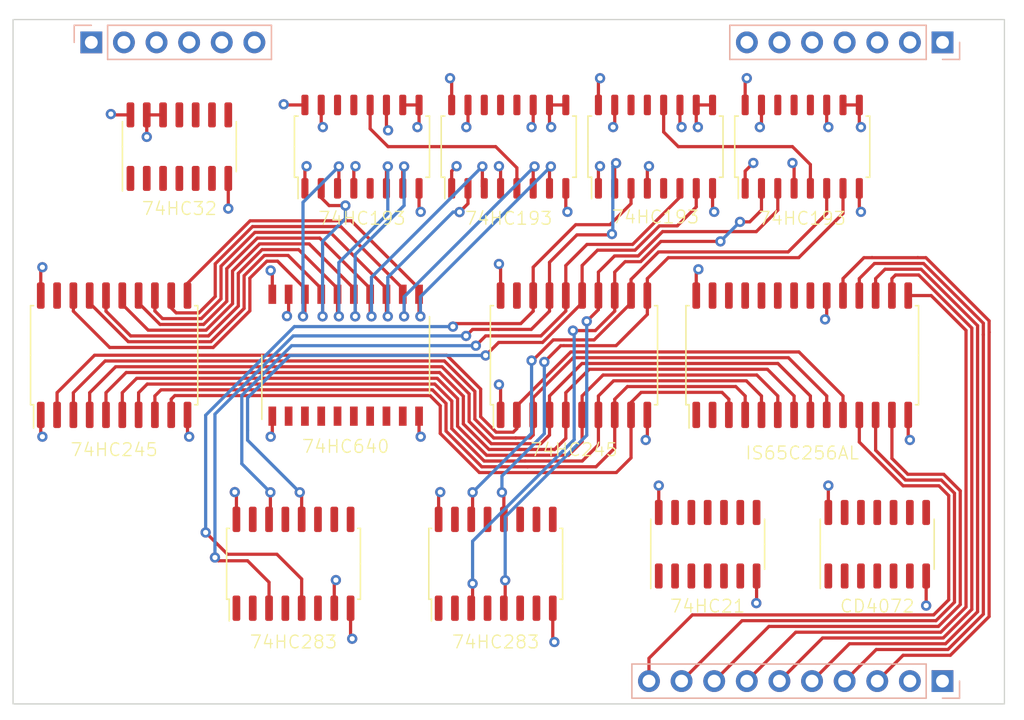
<source format=kicad_pcb>
(kicad_pcb (version 20211014) (generator pcbnew)
  (layers (0 "F.Cu" signal) (1 "In1.Cu" signal) (2 "In2.Cu" signal) (31 "B.Cu" signal) (34 "B.Paste" user) (35 "F.Paste" user) (36 "B.SilkS" user "B.Silkscreen") (37 "F.SilkS" user "F.Silkscreen") (38 "B.Mask" user) (39 "F.Mask" user) (44 "Edge.Cuts" user))
  (net 0 "")
  (net 1 "A7")
  (net 2 "A6")
  (net 3 "A5")
  (net 4 "A4")
  (net 5 "A3")
  (net 6 "A2")
  (net 7 "A1")
  (net 8 "A0")
  (net 9 "GND")
  (net 10 "VCC")
  (net 13 "Net-(U10-Pad12)")
  (net 15 "BUS7")
  (net 16 "BUS6")
  (net 17 "BUS5")
  (net 18 "BUS4")
  (net 19 "BUS3")
  (net 20 "BUS2")
  (net 21 "BUS1")
  (net 22 "BUS0")
  (net 23 "~{READ}")
  (net 24 "~{WRITE}")
  (net 25 "~{ZERO}")
  (net 26 "~{NOT_FULL}")
  (net 27 "~{COUNT_OUT}")
  (net 28 "CLEAR")
  (net 29 "BANK0")
  (net 30 "BANK1")
  (net 31 "BANK2")
  (net 32 "BANK3")
  (net 33 "BANK4")
  (net 34 "BANK5")
  (net 35 "BANK6")
  (net 36 "Net-(U1-Pad1)")
  (net 37 "Net-(U1-Pad2)")
  (net 38 "/~{READ_EN}")
  (net 39 "/~{WRITE_EN}")
  (net 41 "COUNT0")
  (net 42 "COUNT1")
  (net 43 "COUNT2")
  (net 44 "COUNT3")
  (net 45 "Net-(U3-Pad6)")
  (net 46 "Net-(U3-Pad8)")
  (net 47 "COUNT4")
  (net 48 "COUNT5")
  (net 49 "COUNT6")
  (net 50 "COUNT7")
  (net 51 "READ1")
  (net 52 "READ0")
  (net 53 "READ2")
  (net 54 "READ3")
  (net 55 "Net-(U7-Pad12)")
  (net 56 "READ5")
  (net 57 "READ4")
  (net 58 "READ6")
  (net 59 "READ7")
  (net 61 "WRITE1")
  (net 62 "WRITE0")
  (net 63 "WRITE2")
  (net 64 "WRITE3")
  (net 65 "WRITE5")
  (net 66 "WRITE4")
  (net 67 "WRITE6")
  (net 68 "WRITE7")
  (net 71 "/Subtractor/!B7")
  (net 72 "/Subtractor/!B6")
  (net 73 "/Subtractor/!B5")
  (net 74 "/Subtractor/!B4")
  (net 75 "/Subtractor/!B3")
  (net 76 "/Subtractor/!B2")
  (net 77 "/Subtractor/!B1")
  (net 78 "/Subtractor/!B0")
  (net 79 "Net-(U14-Pad9)")
  (footprint "Package_SO:SOIC-28W_7.5x17.9mm_P1.27mm" (layer "F.Cu") (at 165.62979 96.501196 90)
    (fp_text reference "U2" hide)
    (fp_text value "IS65C256AL")
  )
  (footprint "Package_SO:SO-20_12.8x7.5mm_P1.27mm" (layer "F.Cu") (at 130.06979 96.501196 90)
    (fp_text reference "U13" hide)
    (fp_text value "74HC640")
  )
  (footprint "Package_SO:SOIC-16_4.55x10.3mm_P1.27mm" (layer "F.Cu") (at 142.76979 80.245196 90)
    (fp_text reference "U8" hide)
    (fp_text value "74HC193")
  )
  (footprint "Package_SO:SOIC-20W_7.5x12.8mm_P1.27mm" (layer "F.Cu") (at 112.03579 96.501196 90)
    (fp_text reference "U9" hide)
    (fp_text value "74HC245")
  )
  (footprint "Package_SO:SOIC-16_4.55x10.3mm_P1.27mm" (layer "F.Cu") (at 165.62979 80.245196 90)
    (fp_text reference "U11" hide)
    (fp_text value "74HC193")
  )
  (footprint "Package_SO:SOIC-20W_7.5x12.8mm_P1.27mm" (layer "F.Cu") (at 147.84979 96.501196 90)
    (fp_text reference "U12" hide)
    (fp_text value "74HC245")
  )
  (footprint "Package_SO:SOIC-14_3.9x8.7mm_P1.27mm" (layer "F.Cu") (at 117.11579 80.245196 90)
    (fp_text reference "U1" hide)
    (fp_text value "74HC32")
  )
  (footprint "Package_SO:SOIC-14_3.9x8.7mm_P1.27mm" (layer "F.Cu") (at 158.26379 111.233196 90)
    (fp_text reference "U3" hide)
    (fp_text value "74HC21")
  )
  (footprint "Package_SO:SOIC-16_4.55x10.3mm_P1.27mm" (layer "F.Cu") (at 154.19979 80.245196 90)
    (fp_text reference "U10" hide)
    (fp_text value "74HC193")
  )
  (footprint "Package_SO:SO-16_5.3x10.2mm_P1.27mm" (layer "F.Cu") (at 141.75379 112.757196 90)
    (fp_text reference "U15" hide)
    (fp_text value "74HC283")
  )
  (footprint "Package_SO:SO-16_5.3x10.2mm_P1.27mm" (layer "F.Cu") (at 126.00579 112.757196 90)
    (fp_text reference "U14" hide)
    (fp_text value "74HC283")
  )
  (footprint "Package_SO:SOIC-16_4.55x10.3mm_P1.27mm" (layer "F.Cu") (at 131.33979 80.245196 90)
    (fp_text reference "U7" hide)
    (fp_text value "74HC193")
  )
  (footprint "Package_SO:SOIC-14_3.9x8.7mm_P1.27mm" (layer "F.Cu") (at 171.47179 111.233196 90)
    (fp_text reference "U4" hide)
    (fp_text value "CD4072")
  )
  (footprint "Connector_PinHeader_2.54mm:PinHeader_1x07_P2.54mm_Vertical" (layer "B.Cu") (at 176.55679 72.117196 90)
    (fp_text reference "J3" hide)
    (fp_text value "Conn_01x07" hide)
  )
  (footprint "Connector_PinHeader_2.54mm:PinHeader_1x10_P2.54mm_Vertical" (layer "B.Cu") (at 176.55179 121.901196 90)
    (fp_text reference "J1" hide)
    (fp_text value "Conn_01x10" hide)
  )
  (footprint "Connector_PinHeader_2.54mm:PinHeader_1x06_P2.54mm_Vertical" (layer "B.Cu") (at 110.25779 72.117196 -90)
    (fp_text reference "J2" hide)
    (fp_text value "Conn_01x06" hide)
  )
  (gr_rect (start 104.16179 70.339196) (end 181.37779 123.679196) (layer "Edge.Cuts") (width 0.1) (fill none))
  (segment (start 137.435791 102.598197) (end 140.484886 105.647292) (width 0.25) (layer "F.Cu") (net 1))
  (segment (start 153.085213 99.393773) (end 159.378365 99.393771) (width 0.25) (layer "F.Cu") (net 1))
  (segment (start 159.378365 99.393771) (end 159.91479 99.930196) (width 0.25) (layer "F.Cu") (net 1))
  (segment (start 151.149696 105.64729) (end 152.29479 104.502196) (width 0.25) (layer "F.Cu") (net 1))
  (segment (start 152.29479 100.184196) (end 153.085213 99.393773) (width 0.25) (layer "F.Cu") (net 1))
  (segment (start 141.569736 105.647291) (end 151.149696 105.64729) (width 0.25) (layer "F.Cu") (net 1))
  (segment (start 116.48079 101.151196) (end 116.48079 99.930196) (width 0.25) (layer "F.Cu") (net 1))
  (segment (start 152.29479 101.151196) (end 152.29479 100.184196) (width 0.25) (layer "F.Cu") (net 1))
  (segment (start 140.484886 105.647292) (end 141.569736 105.647291) (width 0.25) (layer "F.Cu") (net 1))
  (segment (start 136.640439 99.647773) (end 137.43579 100.443124) (width 0.25) (layer "F.Cu") (net 1))
  (segment (start 159.91479 99.930196) (end 159.91479 101.151196) (width 0.25) (layer "F.Cu") (net 1))
  (segment (start 116.48079 99.930196) (end 116.763213 99.647773) (width 0.25) (layer "F.Cu") (net 1))
  (segment (start 137.43579 100.443124) (end 137.435791 102.598197) (width 0.25) (layer "F.Cu") (net 1))
  (segment (start 116.763213 99.647773) (end 136.640439 99.647773) (width 0.25) (layer "F.Cu") (net 1))
  (segment (start 152.29479 104.502196) (end 152.29479 101.151196) (width 0.25) (layer "F.Cu") (net 1))
  (segment (start 161.18479 99.676196) (end 161.18479 101.151196) (width 0.25) (layer "F.Cu") (net 2))
  (segment (start 144.239526 105.195684) (end 149.569301 105.195685) (width 0.25) (layer "F.Cu") (net 2))
  (segment (start 140.671079 105.197781) (end 144.237433 105.197777) (width 0.25) (layer "F.Cu") (net 2))
  (segment (start 115.21079 99.676196) (end 115.688724 99.198262) (width 0.25) (layer "F.Cu") (net 2))
  (segment (start 136.826632 99.198262) (end 137.885301 100.256931) (width 0.25) (layer "F.Cu") (net 2))
  (segment (start 144.237433 105.197777) (end 144.239526 105.195684) (width 0.25) (layer "F.Cu") (net 2))
  (segment (start 160.452854 98.94426) (end 161.18479 99.676196) (width 0.25) (layer "F.Cu") (net 2))
  (segment (start 137.885301 100.256931) (end 137.885301 102.412003) (width 0.25) (layer "F.Cu") (net 2))
  (segment (start 115.688724 99.198262) (end 136.826632 99.198262) (width 0.25) (layer "F.Cu") (net 2))
  (segment (start 137.885301 102.412003) (end 140.671079 105.197781) (width 0.25) (layer "F.Cu") (net 2))
  (segment (start 151.02479 103.740196) (end 151.02479 101.151196) (width 0.25) (layer "F.Cu") (net 2))
  (segment (start 151.02479 101.151196) (end 151.02479 99.930196) (width 0.25) (layer "F.Cu") (net 2))
  (segment (start 149.569301 105.195685) (end 151.02479 103.740196) (width 0.25) (layer "F.Cu") (net 2))
  (segment (start 152.010724 98.944262) (end 160.452854 98.94426) (width 0.25) (layer "F.Cu") (net 2))
  (segment (start 115.21079 101.151196) (end 115.21079 99.676196) (width 0.25) (layer "F.Cu") (net 2))
  (segment (start 151.02479 99.930196) (end 152.010724 98.944262) (width 0.25) (layer "F.Cu") (net 2))
  (segment (start 114.614235 98.748751) (end 137.012825 98.748751) (width 0.25) (layer "F.Cu") (net 3))
  (segment (start 144.053333 104.746173) (end 148.494812 104.746174) (width 0.25) (layer "F.Cu") (net 3))
  (segment (start 149.75479 99.676196) (end 149.75479 101.151196) (width 0.25) (layer "F.Cu") (net 3))
  (segment (start 113.94079 99.422196) (end 114.614235 98.748751) (width 0.25) (layer "F.Cu") (net 3))
  (segment (start 144.051239 104.748267) (end 144.053333 104.746173) (width 0.25) (layer "F.Cu") (net 3))
  (segment (start 148.494812 104.746174) (end 149.75479 103.486196) (width 0.25) (layer "F.Cu") (net 3))
  (segment (start 138.334812 100.070738) (end 138.334813 102.225811) (width 0.25) (layer "F.Cu") (net 3))
  (segment (start 150.936235 98.494751) (end 149.75479 99.676196) (width 0.25) (layer "F.Cu") (net 3))
  (segment (start 138.334813 102.225811) (end 140.857272 104.74827) (width 0.25) (layer "F.Cu") (net 3))
  (segment (start 140.857272 104.74827) (end 144.051239 104.748267) (width 0.25) (layer "F.Cu") (net 3))
  (segment (start 162.45479 99.676196) (end 161.273343 98.494749) (width 0.25) (layer "F.Cu") (net 3))
  (segment (start 161.273343 98.494749) (end 150.936235 98.494751) (width 0.25) (layer "F.Cu") (net 3))
  (segment (start 149.75479 103.486196) (end 149.75479 101.151196) (width 0.25) (layer "F.Cu") (net 3))
  (segment (start 162.45479 101.151196) (end 162.45479 99.676196) (width 0.25) (layer "F.Cu") (net 3))
  (segment (start 113.94079 101.151196) (end 113.94079 99.422196) (width 0.25) (layer "F.Cu") (net 3))
  (segment (start 137.012825 98.748751) (end 138.334812 100.070738) (width 0.25) (layer "F.Cu") (net 3))
  (segment (start 137.199018 98.29924) (end 138.784322 99.884544) (width 0.25) (layer "F.Cu") (net 4))
  (segment (start 162.093834 98.04524) (end 163.72479 99.676196) (width 0.25) (layer "F.Cu") (net 4))
  (segment (start 138.784323 102.039617) (end 141.043465 104.298759) (width 0.25) (layer "F.Cu") (net 4))
  (segment (start 143.86714 104.296662) (end 147.420323 104.296663) (width 0.25) (layer "F.Cu") (net 4))
  (segment (start 138.784322 99.884544) (end 138.784323 102.039617) (width 0.25) (layer "F.Cu") (net 4))
  (segment (start 148.48479 99.676196) (end 150.115746 98.04524) (width 0.25) (layer "F.Cu") (net 4))
  (segment (start 163.72479 99.676196) (end 163.72479 101.151196) (width 0.25) (layer "F.Cu") (net 4))
  (segment (start 148.48479 101.151196) (end 148.48479 99.676196) (width 0.25) (layer "F.Cu") (net 4))
  (segment (start 150.115746 98.04524) (end 162.093834 98.04524) (width 0.25) (layer "F.Cu") (net 4))
  (segment (start 112.67079 101.151196) (end 112.67079 99.422196) (width 0.25) (layer "F.Cu") (net 4))
  (segment (start 148.48479 103.232196) (end 148.48479 101.151196) (width 0.25) (layer "F.Cu") (net 4))
  (segment (start 112.67079 99.422196) (end 113.793746 98.29924) (width 0.25) (layer "F.Cu") (net 4))
  (segment (start 113.793746 98.29924) (end 137.199018 98.29924) (width 0.25) (layer "F.Cu") (net 4))
  (segment (start 141.043465 104.298759) (end 143.865045 104.298757) (width 0.25) (layer "F.Cu") (net 4))
  (segment (start 147.420323 104.296663) (end 148.48479 103.232196) (width 0.25) (layer "F.Cu") (net 4))
  (segment (start 143.865045 104.298757) (end 143.86714 104.296662) (width 0.25) (layer "F.Cu") (net 4))
  (segment (start 139.233835 101.853425) (end 141.229658 103.849248) (width 0.25) (layer "F.Cu") (net 5))
  (segment (start 162.914323 97.595729) (end 149.041257 97.595729) (width 0.25) (layer "F.Cu") (net 5))
  (segment (start 141.229658 103.849248) (end 143.678851 103.849247) (width 0.25) (layer "F.Cu") (net 5))
  (segment (start 149.041257 97.595729) (end 147.21479 99.422196) (width 0.25) (layer "F.Cu") (net 5))
  (segment (start 139.233833 99.698351) (end 139.233835 101.853425) (width 0.25) (layer "F.Cu") (net 5))
  (segment (start 147.21479 102.978196) (end 147.21479 101.151196) (width 0.25) (layer "F.Cu") (net 5))
  (segment (start 111.40079 99.422196) (end 112.973257 97.849729) (width 0.25) (layer "F.Cu") (net 5))
  (segment (start 143.680947 103.847151) (end 146.345834 103.847152) (width 0.25) (layer "F.Cu") (net 5))
  (segment (start 111.40079 101.151196) (end 111.40079 99.422196) (width 0.25) (layer "F.Cu") (net 5))
  (segment (start 164.99479 101.151196) (end 164.99479 99.676196) (width 0.25) (layer "F.Cu") (net 5))
  (segment (start 147.21479 99.422196) (end 147.21479 101.151196) (width 0.25) (layer "F.Cu") (net 5))
  (segment (start 143.678851 103.849247) (end 143.680947 103.847151) (width 0.25) (layer "F.Cu") (net 5))
  (segment (start 164.99479 99.676196) (end 162.914323 97.595729) (width 0.25) (layer "F.Cu") (net 5))
  (segment (start 146.345834 103.847152) (end 147.21479 102.978196) (width 0.25) (layer "F.Cu") (net 5))
  (segment (start 137.385211 97.849729) (end 139.233833 99.698351) (width 0.25) (layer "F.Cu") (net 5))
  (segment (start 112.973257 97.849729) (end 137.385211 97.849729) (width 0.25) (layer "F.Cu") (net 5))
  (segment (start 163.734812 97.146218) (end 166.26479 99.676196) (width 0.25) (layer "F.Cu") (net 6))
  (segment (start 143.492657 103.399737) (end 143.494754 103.39764) (width 0.25) (layer "F.Cu") (net 6))
  (segment (start 145.94479 99.676196) (end 148.474768 97.146218) (width 0.25) (layer "F.Cu") (net 6))
  (segment (start 139.683343 99.512157) (end 139.683345 101.667231) (width 0.25) (layer "F.Cu") (net 6))
  (segment (start 139.683345 101.667231) (end 141.415851 103.399737) (width 0.25) (layer "F.Cu") (net 6))
  (segment (start 145.94479 102.724196) (end 145.94479 101.151196) (width 0.25) (layer "F.Cu") (net 6))
  (segment (start 112.152768 97.400218) (end 137.571404 97.400218) (width 0.25) (layer "F.Cu") (net 6))
  (segment (start 145.94479 101.151196) (end 145.94479 99.676196) (width 0.25) (layer "F.Cu") (net 6))
  (segment (start 110.13079 99.422196) (end 112.152768 97.400218) (width 0.25) (layer "F.Cu") (net 6))
  (segment (start 148.474768 97.146218) (end 163.734812 97.146218) (width 0.25) (layer "F.Cu") (net 6))
  (segment (start 145.271345 103.397641) (end 145.94479 102.724196) (width 0.25) (layer "F.Cu") (net 6))
  (segment (start 137.571404 97.400218) (end 139.683343 99.512157) (width 0.25) (layer "F.Cu") (net 6))
  (segment (start 110.13079 101.151196) (end 110.13079 99.422196) (width 0.25) (layer "F.Cu") (net 6))
  (segment (start 166.26479 99.676196) (end 166.26479 101.151196) (width 0.25) (layer "F.Cu") (net 6))
  (segment (start 143.494754 103.39764) (end 145.271345 103.397641) (width 0.25) (layer "F.Cu") (net 6))
  (segment (start 141.415851 103.399737) (end 143.492657 103.399737) (width 0.25) (layer "F.Cu") (net 6))
  (segment (start 137.757597 96.950707) (end 111.332279 96.950707) (width 0.25) (layer "F.Cu") (net 7))
  (segment (start 144.450856 102.94813) (end 143.308561 102.948129) (width 0.25) (layer "F.Cu") (net 7))
  (segment (start 141.602044 102.950226) (end 140.132856 101.481038) (width 0.25) (layer "F.Cu") (net 7))
  (segment (start 167.53479 99.676196) (end 164.555301 96.696707) (width 0.25) (layer "F.Cu") (net 7))
  (segment (start 167.53479 101.151196) (end 167.53479 99.676196) (width 0.25) (layer "F.Cu") (net 7))
  (segment (start 143.308561 102.948129) (end 143.306463 102.950227) (width 0.25) (layer "F.Cu") (net 7))
  (segment (start 144.67479 101.151196) (end 144.67479 102.724196) (width 0.25) (layer "F.Cu") (net 7))
  (segment (start 111.332279 96.950707) (end 108.86079 99.422196) (width 0.25) (layer "F.Cu") (net 7))
  (segment (start 143.306463 102.950227) (end 141.602044 102.950226) (width 0.25) (layer "F.Cu") (net 7))
  (segment (start 144.67479 102.724196) (end 144.450856 102.94813) (width 0.25) (layer "F.Cu") (net 7))
  (segment (start 147.787597 96.696707) (end 144.67479 99.809514) (width 0.25) (layer "F.Cu") (net 7))
  (segment (start 144.67479 99.809514) (end 144.67479 101.151196) (width 0.25) (layer "F.Cu") (net 7))
  (segment (start 108.86079 99.422196) (end 108.86079 101.151196) (width 0.25) (layer "F.Cu") (net 7))
  (segment (start 164.555301 96.696707) (end 147.787597 96.696707) (width 0.25) (layer "F.Cu") (net 7))
  (segment (start 140.132856 101.481038) (end 140.132854 99.325964) (width 0.25) (layer "F.Cu") (net 7))
  (segment (start 140.132854 99.325964) (end 137.757597 96.950707) (width 0.25) (layer "F.Cu") (net 7))
  (segment (start 168.80479 99.676196) (end 168.80479 101.151196) (width 0.25) (layer "F.Cu") (net 8))
  (segment (start 107.59079 101.151196) (end 107.59079 99.422196) (width 0.25) (layer "F.Cu") (net 8))
  (segment (start 140.582367 101.294845) (end 141.788238 102.500716) (width 0.25) (layer "F.Cu") (net 8))
  (segment (start 140.582367 99.139773) (end 140.582367 101.294845) (width 0.25) (layer "F.Cu") (net 8))
  (segment (start 143.12027 102.500716) (end 143.40479 102.216196) (width 0.25) (layer "F.Cu") (net 8))
  (segment (start 141.788238 102.500716) (end 143.12027 102.500716) (width 0.25) (layer "F.Cu") (net 8))
  (segment (start 143.40479 100.44381) (end 147.601404 96.247196) (width 0.25) (layer "F.Cu") (net 8))
  (segment (start 165.37579 96.247196) (end 168.80479 99.676196) (width 0.25) (layer "F.Cu") (net 8))
  (segment (start 137.94379 96.501196) (end 140.582367 99.139773) (width 0.25) (layer "F.Cu") (net 8))
  (segment (start 107.59079 99.422196) (end 110.51179 96.501196) (width 0.25) (layer "F.Cu") (net 8))
  (segment (start 110.51179 96.501196) (end 137.94379 96.501196) (width 0.25) (layer "F.Cu") (net 8))
  (segment (start 143.40479 101.151196) (end 143.40479 100.44381) (width 0.25) (layer "F.Cu") (net 8))
  (segment (start 143.40479 102.216196) (end 143.40479 101.151196) (width 0.25) (layer "F.Cu") (net 8))
  (segment (start 147.601404 96.247196) (end 165.37579 96.247196) (width 0.25) (layer "F.Cu") (net 8))
  (segment (start 158.64479 85.198196) (end 158.77179 85.325196) (width 0.25) (layer "F.Cu") (net 9))
  (segment (start 173.88479 102.978196) (end 174.01179 103.105196) (width 0.25) (layer "F.Cu") (net 9))
  (segment (start 135.78479 76.995196) (end 135.78479 78.594196) (width 0.25) (layer "F.Cu") (net 9))
  (segment (start 125.62479 91.751196) (end 125.62479 93.326196) (width 0.25) (layer "F.Cu") (net 9))
  (segment (start 175.28179 113.708196) (end 175.28179 116.016923) (width 0.25) (layer "F.Cu") (net 9))
  (segment (start 135.78479 101.251196) (end 135.78479 102.724196) (width 0.25) (layer "F.Cu") (net 9))
  (segment (start 135.78479 83.495196) (end 135.78479 85.198196) (width 0.25) (layer "F.Cu") (net 9))
  (segment (start 142.13479 101.151196) (end 142.13479 98.914196) (width 0.25) (layer "F.Cu") (net 9))
  (segment (start 135.78479 102.724196) (end 135.91179 102.851196) (width 0.25) (layer "F.Cu") (net 9))
  (segment (start 153.56479 101.151196) (end 153.56479 102.978196) (width 0.25) (layer "F.Cu") (net 9))
  (segment (start 158.64479 83.495196) (end 158.64479 85.198196) (width 0.25) (layer "F.Cu") (net 9))
  (segment (start 135.78479 85.198196) (end 135.91179 85.325196) (width 0.25) (layer "F.Cu") (net 9))
  (segment (start 106.32079 102.724196) (end 106.44779 102.851196) (width 0.25) (layer "F.Cu") (net 9))
  (segment (start 167.53479 91.851196) (end 167.53479 93.580196) (width 0.25) (layer "F.Cu") (net 9))
  (segment (start 124.35479 101.251196) (end 124.35479 102.724196) (width 0.25) (layer "F.Cu") (net 9))
  (segment (start 170.07479 78.594196) (end 170.20179 78.721196) (width 0.25) (layer "F.Cu") (net 9))
  (segment (start 162.07379 113.708196) (end 162.07379 115.80221) (width 0.25) (layer "F.Cu") (net 9))
  (segment (start 130.45079 118.472196) (end 130.57779 118.599196) (width 0.25) (layer "F.Cu") (net 9))
  (segment (start 170.07479 85.198196) (end 170.20179 85.325196) (width 0.25) (layer "F.Cu") (net 9))
  (segment (start 151.02479 76.995196) (end 151.02479 78.594196) (width 0.25) (layer "F.Cu") (net 9))
  (segment (start 126.89479 81.896196) (end 127.02179 81.769196) (width 0.25) (layer "F.Cu") (net 9))
  (segment (start 135.78479 76.995196) (end 134.51479 76.995196) (width 0.25) (layer "F.Cu") (net 9))
  (segment (start 106.32079 101.151196) (end 106.32079 102.724196) (width 0.25) (layer "F.Cu") (net 9))
  (segment (start 125.62479 93.326196) (end 125.49779 93.453196) (width 0.25) (layer "F.Cu") (net 9))
  (segment (start 162.45479 78.594196) (end 162.32779 78.721196) (width 0.25) (layer "F.Cu") (net 9))
  (segment (start 170.07479 76.995196) (end 170.07479 78.594196) (width 0.25) (layer "F.Cu") (net 9))
  (segment (start 145.94479 78.594196) (end 146.07179 78.721196) (width 0.25) (layer "F.Cu") (net 9))
  (segment (start 117.75079 101.151196) (end 117.75079 102.724196) (width 0.25) (layer "F.Cu") (net 9))
  (segment (start 138.32479 82.150196) (end 138.70579 81.769196) (width 0.25) (layer "F.Cu") (net 9))
  (segment (start 114.57579 77.770196) (end 114.57579 79.483196) (width 0.25) (layer "F.Cu") (net 9))
  (segment (start 147.21479 83.495196) (end 147.21479 85.198196) (width 0.25) (layer "F.Cu") (net 9))
  (segment (start 149.75479 83.495196) (end 149.75479 81.890985) (width 0.25) (layer "F.Cu") (net 9))
  (segment (start 130.45079 116.219696) (end 130.45079 118.472196) (width 0.25) (layer "F.Cu") (net 9))
  (segment (start 120.92579 82.720196) (end 120.92579 85.071196) (width 0.25) (layer "F.Cu") (net 9))
  (segment (start 157.37479 76.995196) (end 157.37479 78.594196) (width 0.25) (layer "F.Cu") (net 9))
  (segment (start 145.94479 76.995196) (end 145.94479 78.594196) (width 0.25) (layer "F.Cu") (net 9))
  (segment (start 168.80479 76.995196) (end 170.07479 76.995196) (width 0.25) (layer "F.Cu") (net 9))
  (segment (start 138.32479 83.495196) (end 138.32479 82.150196) (width 0.25) (layer "F.Cu") (net 9))
  (segment (start 124.35479 102.724196) (end 124.22779 102.851196) (width 0.25) (layer "F.Cu") (net 9))
  (segment (start 117.75079 102.724196) (end 117.87779 102.851196) (width 0.25) (layer "F.Cu") (net 9))
  (segment (start 115.84579 77.770196) (end 114.57579 77.770196) (width 0.25) (layer "F.Cu") (net 9))
  (segment (start 162.45479 76.995196) (end 162.45479 78.594196) (width 0.25) (layer "F.Cu") (net 9))
  (segment (start 135.78479 78.594196) (end 135.65779 78.721196) (width 0.25) (layer "F.Cu") (net 9))
  (segment (start 147.21479 85.198196) (end 147.34179 85.325196) (width 0.25) (layer "F.Cu") (net 9))
  (segment (start 151.02479 78.594196) (end 150.89779 78.721196) (width 0.25) (layer "F.Cu") (net 9))
  (segment (start 139.59479 78.594196) (end 139.46779 78.721196) (width 0.25) (layer "F.Cu") (net 9))
  (segment (start 146.19879 116.219696) (end 146.19879 118.726196) (width 0.25) (layer "F.Cu") (net 9))
  (segment (start 139.59479 76.995196) (end 139.59479 78.594196) (width 0.25) (layer "F.Cu") (net 9))
  (segment (start 173.88479 101.151196) (end 173.88479 102.978196) (width 0.25) (layer "F.Cu") (net 9))
  (segment (start 170.07479 83.495196) (end 170.07479 85.198196) (width 0.25) (layer "F.Cu") (net 9))
  (segment (start 157.37479 78.594196) (end 157.50179 78.721196) (width 0.25) (layer "F.Cu") (net 9))
  (segment (start 142.13479 98.914196) (end 142.00779 98.787196) (width 0.25) (layer "F.Cu") (net 9))
  (segment (start 167.53479 93.580196) (end 167.40779 93.707196) (width 0.25) (layer "F.Cu") (net 9))
  (segment (start 128.16479 76.995196) (end 128.16479 78.594196) (width 0.25) (layer "F.Cu") (net 9))
  (segment (start 153.56479 102.978196) (end 153.43779 103.105196) (width 0.25) (layer "F.Cu") (net 9))
  (segment (start 158.64479 76.995196) (end 157.37479 76.995196) (width 0.25) (layer "F.Cu") (net 9))
  (segment (start 146.19879 118.726196) (end 146.32579 118.853196) (width 0.25) (layer "F.Cu") (net 9))
  (segment (start 161.18479 82.150196) (end 161.81979 81.515196) (width 0.25) (layer "F.Cu") (net 9))
  (segment (start 147.21479 76.995196) (end 145.94479 76.995196) (width 0.25) (layer "F.Cu") (net 9))
  (segment (start 161.18479 83.495196) (end 161.18479 82.150196) (width 0.25) (layer "F.Cu") (net 9))
  (segment (start 149.75479 81.890985) (end 149.876676 81.769099) (width 0.25) (layer "F.Cu") (net 9))
  (segment (start 162.07379 115.80221) (end 162.052 115.824) (width 0.25) (layer "F.Cu") (net 9))
  (segment (start 128.16479 78.594196) (end 128.29179 78.721196) (width 0.25) (layer "F.Cu") (net 9))
  (segment (start 126.89479 83.495196) (end 126.89479 81.896196) (width 0.25) (layer "F.Cu") (net 9))
  (via (at 170.20179 78.721196) (size 0.8) (drill 0.4) (layers "F.Cu" "B.Cu") (net 9))
  (via (at 139.46779 78.721196) (size 0.8) (drill 0.4) (layers "F.Cu" "B.Cu") (net 9))
  (via (at 130.57779 118.599196) (size 0.8) (drill 0.4) (layers "F.Cu" "B.Cu") (net 9))
  (via (at 175.28179 116.016923) (size 0.8) (drill 0.4) (layers "F.Cu" "B.Cu") (net 9))
  (via (at 174.01179 103.105196) (size 0.8) (drill 0.4) (layers "F.Cu" "B.Cu") (net 9))
  (via (at 138.70579 81.769196) (size 0.8) (drill 0.4) (layers "F.Cu" "B.Cu") (net 9))
  (via (at 162.052 115.824) (size 0.8) (drill 0.4) (layers "F.Cu" "B.Cu") (net 9))
  (via (at 149.876676 81.769099) (size 0.8) (drill 0.4) (layers "F.Cu" "B.Cu") (net 9))
  (via (at 114.57579 79.483196) (size 0.8) (drill 0.4) (layers "F.Cu" "B.Cu") (net 9))
  (via (at 135.65779 78.721196) (size 0.8) (drill 0.4) (layers "F.Cu" "B.Cu") (net 9))
  (via (at 146.32579 118.853196) (size 0.8) (drill 0.4) (layers "F.Cu" "B.Cu") (net 9))
  (via (at 142.00779 98.787196) (size 0.8) (drill 0.4) (layers "F.Cu" "B.Cu") (net 9))
  (via (at 124.22779 102.851196) (size 0.8) (drill 0.4) (layers "F.Cu" "B.Cu") (net 9))
  (via (at 162.32779 78.721196) (size 0.8) (drill 0.4) (layers "F.Cu" "B.Cu") (net 9))
  (via (at 135.91179 85.325196) (size 0.8) (drill 0.4) (layers "F.Cu" "B.Cu") (net 9))
  (via (at 153.43779 103.105196) (size 0.8) (drill 0.4) (layers "F.Cu" "B.Cu") (net 9))
  (via (at 128.29179 78.721196) (size 0.8) (drill 0.4) (layers "F.Cu" "B.Cu") (net 9))
  (via (at 106.44779 102.851196) (size 0.8) (drill 0.4) (layers "F.Cu" "B.Cu") (net 9))
  (via (at 170.20179 85.325196) (size 0.8) (drill 0.4) (layers "F.Cu" "B.Cu") (net 9))
  (via (at 161.81979 81.515196) (size 0.8) (drill 0.4) (layers "F.Cu" "B.Cu") (net 9))
  (via (at 125.49779 93.453196) (size 0.8) (drill 0.4) (layers "F.Cu" "B.Cu") (net 9))
  (via (at 120.92579 85.071196) (size 0.8) (drill 0.4) (layers "F.Cu" "B.Cu") (net 9))
  (via (at 157.50179 78.721196) (size 0.8) (drill 0.4) (layers "F.Cu" "B.Cu") (net 9))
  (via (at 117.87779 102.851196) (size 0.8) (drill 0.4) (layers "F.Cu" "B.Cu") (net 9))
  (via (at 158.77179 85.325196) (size 0.8) (drill 0.4) (layers "F.Cu" "B.Cu") (net 9))
  (via (at 135.91179 102.851196) (size 0.8) (drill 0.4) (layers "F.Cu" "B.Cu") (net 9))
  (via (at 127.02179 81.769196) (size 0.8) (drill 0.4) (layers "F.Cu" "B.Cu") (net 9))
  (via (at 147.34179 85.325196) (size 0.8) (drill 0.4) (layers "F.Cu" "B.Cu") (net 9))
  (via (at 150.89779 78.721196) (size 0.8) (drill 0.4) (layers "F.Cu" "B.Cu") (net 9))
  (via (at 167.40779 93.707196) (size 0.8) (drill 0.4) (layers "F.Cu" "B.Cu") (net 9))
  (via (at 146.07179 78.721196) (size 0.8) (drill 0.4) (layers "F.Cu" "B.Cu") (net 9))
  (segment (start 144.67479 76.995196) (end 144.67479 78.594196) (width 0.25) (layer "F.Cu") (net 10))
  (segment (start 142.13479 91.851196) (end 142.13479 89.516196) (width 0.25) (layer "F.Cu") (net 10))
  (segment (start 142.13479 81.896196) (end 142.00779 81.769196) (width 0.25) (layer "F.Cu") (net 10))
  (segment (start 161.18479 76.995196) (end 161.18479 75.038196) (width 0.25) (layer "F.Cu") (net 10))
  (segment (start 167.66179 108.758196) (end 167.66179 106.661196) (width 0.25) (layer "F.Cu") (net 10))
  (segment (start 164.99479 83.495196) (end 164.99479 81.642196) (width 0.25) (layer "F.Cu") (net 10))
  (segment (start 156.10479 76.995196) (end 156.10479 78.594196) (width 0.25) (layer "F.Cu") (net 10))
  (segment (start 133.24479 78.848196) (end 133.37179 78.975196) (width 0.25) (layer "F.Cu") (net 10))
  (segment (start 149.75479 75.038196) (end 149.88179 74.911196) (width 0.25) (layer "F.Cu") (net 10))
  (segment (start 167.53479 78.594196) (end 167.66179 78.721196) (width 0.25) (layer "F.Cu") (net 10))
  (segment (start 137.30879 109.294696) (end 137.30879 107.296196) (width 0.25) (layer "F.Cu") (net 10))
  (segment (start 138.32479 75.038196) (end 138.19779 74.911196) (width 0.25) (layer "F.Cu") (net 10))
  (segment (start 153.56479 81.896196) (end 153.69179 81.769196) (width 0.25) (layer "F.Cu") (net 10))
  (segment (start 133.24479 76.995196) (end 133.24479 78.848196) (width 0.25) (layer "F.Cu") (net 10))
  (segment (start 130.70479 83.495196) (end 130.70479 81.896196) (width 0.25) (layer "F.Cu") (net 10))
  (segment (start 157.37479 89.973632) (end 157.542907 89.805515) (width 0.25) (layer "F.Cu") (net 10))
  (segment (start 126.89479 76.995196) (end 125.29579 76.995196) (width 0.25) (layer "F.Cu") (net 10))
  (segment (start 111.84679 77.770196) (end 111.78179 77.705196) (width 0.25) (layer "F.Cu") (net 10))
  (segment (start 124.35479 90.024196) (end 124.22779 89.897196) (width 0.25) (layer "F.Cu") (net 10))
  (segment (start 142.13479 83.495196) (end 142.13479 81.896196) (width 0.25) (layer "F.Cu") (net 10))
  (segment (start 113.30579 77.770196) (end 111.84679 77.770196) (width 0.25) (layer "F.Cu") (net 10))
  (segment (start 129.18079 114.154196) (end 129.30779 114.027196) (width 0.25) (layer "F.Cu") (net 10))
  (segment (start 167.53479 76.995196) (end 167.53479 78.594196) (width 0.25) (layer "F.Cu") (net 10))
  (segment (start 144.67479 78.594196) (end 144.54779 78.721196) (width 0.25) (layer "F.Cu") (net 10))
  (segment (start 164.99479 81.642196) (end 164.86779 81.515196) (width 0.25) (layer "F.Cu") (net 10))
  (segment (start 153.56479 83.495196) (end 153.56479 81.896196) (width 0.25) (layer "F.Cu") (net 10))
  (segment (start 157.37479 91.851196) (end 157.37479 89.973632) (width 0.25) (layer "F.Cu") (net 10))
  (segment (start 161.18479 75.038196) (end 161.31179 74.911196) (width 0.25) (layer "F.Cu") (net 10))
  (segment (start 124.35479 91.751196) (end 124.35479 90.024196) (width 0.25) (layer "F.Cu") (net 10))
  (segment (start 130.70479 81.896196) (end 130.83179 81.769196) (width 0.25) (layer "F.Cu") (net 10))
  (segment (start 138.32479 76.995196) (end 138.32479 75.038196) (width 0.25) (layer "F.Cu") (net 10))
  (segment (start 154.45379 108.758196) (end 154.45379 106.661196) (width 0.25) (layer "F.Cu") (net 10))
  (segment (start 129.18079 116.219696) (end 129.18079 114.154196) (width 0.25) (layer "F.Cu") (net 10))
  (segment (start 121.56079 109.294696) (end 121.56079 107.296196) (width 0.25) (layer "F.Cu") (net 10))
  (segment (start 156.10479 78.594196) (end 156.23179 78.721196) (width 0.25) (layer "F.Cu") (net 10))
  (segment (start 106.32079 89.770196) (end 106.44779 89.643196) (width 0.25) (layer "F.Cu") (net 10))
  (segment (start 106.32079 91.851196) (end 106.32079 89.770196) (width 0.25) (layer "F.Cu") (net 10))
  (segment (start 142.13479 89.516196) (end 142.00779 89.389196) (width 0.25) (layer "F.Cu") (net 10))
  (segment (start 149.75479 76.995196) (end 149.75479 75.038196) (width 0.25) (layer "F.Cu") (net 10))
  (segment (start 125.29579 76.995196) (end 125.24379 76.943196) (width 0.25) (layer "F.Cu") (net 10))
  (via (at 154.45379 106.661196) (size 0.8) (drill 0.4) (layers "F.Cu" "B.Cu") (net 10))
  (via (at 142.00779 89.389196) (size 0.8) (drill 0.4) (layers "F.Cu" "B.Cu") (net 10))
  (via (at 149.88179 74.911196) (size 0.8) (drill 0.4) (layers "F.Cu" "B.Cu") (net 10))
  (via (at 125.24379 76.943196) (size 0.8) (drill 0.4) (layers "F.Cu" "B.Cu") (net 10))
  (via (at 167.66179 106.661196) (size 0.8) (drill 0.4) (layers "F.Cu" "B.Cu") (net 10))
  (via (at 164.86779 81.515196) (size 0.8) (drill 0.4) (layers "F.Cu" "B.Cu") (net 10))
  (via (at 156.23179 78.721196) (size 0.8) (drill 0.4) (layers "F.Cu" "B.Cu") (net 10))
  (via (at 111.78179 77.705196) (size 0.8) (drill 0.4) (layers "F.Cu" "B.Cu") (net 10))
  (via (at 142.00779 81.769196) (size 0.8) (drill 0.4) (layers "F.Cu" "B.Cu") (net 10))
  (via (at 161.31179 74.911196) (size 0.8) (drill 0.4) (layers "F.Cu" "B.Cu") (net 10))
  (via (at 144.54779 78.721196) (size 0.8) (drill 0.4) (layers "F.Cu" "B.Cu") (net 10))
  (via (at 129.30779 114.027196) (size 0.8) (drill 0.4) (layers "F.Cu" "B.Cu") (net 10))
  (via (at 167.66179 78.721196) (size 0.8) (drill 0.4) (layers "F.Cu" "B.Cu") (net 10))
  (via (at 157.542907 89.805515) (size 0.8) (drill 0.4) (layers "F.Cu" "B.Cu") (net 10))
  (via (at 106.44779 89.643196) (size 0.8) (drill 0.4) (layers "F.Cu" "B.Cu") (net 10))
  (via (at 153.69179 81.769196) (size 0.8) (drill 0.4) (layers "F.Cu" "B.Cu") (net 10))
  (via (at 138.19779 74.911196) (size 0.8) (drill 0.4) (layers "F.Cu" "B.Cu") (net 10))
  (via (at 130.83179 81.769196) (size 0.8) (drill 0.4) (layers "F.Cu" "B.Cu") (net 10))
  (via (at 137.43579 107.169196) (size 0.8) (drill 0.4) (layers "F.Cu" "B.Cu") (net 10))
  (via (at 121.43379 107.169196) (size 0.8) (drill 0.4) (layers "F.Cu" "B.Cu") (net 10))
  (via (at 133.37179 78.975196) (size 0.8) (drill 0.4) (layers "F.Cu" "B.Cu") (net 10))
  (via (at 124.22779 89.897196) (size 0.8) (drill 0.4) (layers "F.Cu" "B.Cu") (net 10))
  (segment (start 155.97779 80.245196) (end 164.86779 80.245196) (width 0.25) (layer "F.Cu") (net 13))
  (segment (start 164.86779 80.245196) (end 166.26479 81.642196) (width 0.25) (layer "F.Cu") (net 13))
  (segment (start 154.83479 76.995196) (end 154.83479 79.102196) (width 0.25) (layer "F.Cu") (net 13))
  (segment (start 166.26479 81.642196) (end 166.26479 83.495196) (width 0.25) (layer "F.Cu") (net 13))
  (segment (start 154.83479 79.102196) (end 155.97779 80.245196) (width 0.25) (layer "F.Cu") (net 13))
  (segment (start 170.434 88.9) (end 168.80479 90.52921) (width 0.25) (layer "F.Cu") (net 15))
  (segment (start 177.165705 119.887999) (end 180.184584 116.86912) (width 0.25) (layer "F.Cu") (net 15))
  (segment (start 180.184583 94.71357) (end 180.184573 94.71356) (width 0.25) (layer "F.Cu") (net 15))
  (segment (start 168.80479 90.52921) (end 168.80479 91.851196) (width 0.25) (layer "F.Cu") (net 15))
  (segment (start 180.184584 116.86912) (end 180.184583 94.71357) (width 0.25) (layer "F.Cu") (net 15))
  (segment (start 180.184573 94.71356) (end 180.184573 93.821757) (width 0.25) (layer "F.Cu") (net 15))
  (segment (start 171.068298 88.899998) (end 171.068296 88.9) (width 0.25) (layer "F.Cu") (net 15))
  (segment (start 173.484986 119.888) (end 177.165705 119.887999) (width 0.25) (layer "F.Cu") (net 15))
  (segment (start 171.47179 121.901196) (end 173.484986 119.888) (width 0.25) (layer "F.Cu") (net 15))
  (segment (start 175.262816 88.9) (end 174.627112 88.9) (width 0.25) (layer "F.Cu") (net 15))
  (segment (start 174.627112 88.9) (end 174.62711 88.899998) (width 0.25) (layer "F.Cu") (net 15))
  (segment (start 174.62711 88.899998) (end 171.068298 88.899998) (width 0.25) (layer "F.Cu") (net 15))
  (segment (start 171.068296 88.9) (end 170.434 88.9) (width 0.25) (layer "F.Cu") (net 15))
  (segment (start 180.184573 93.821757) (end 175.262816 88.9) (width 0.25) (layer "F.Cu") (net 15))
  (segment (start 170.07479 90.52921) (end 171.254491 89.349509) (width 0.25) (layer "F.Cu") (net 16))
  (segment (start 179.735073 116.682927) (end 176.979511 119.438489) (width 0.25) (layer "F.Cu") (net 16))
  (segment (start 179.735063 94.007951) (end 179.735063 94.899754) (width 0.25) (layer "F.Cu") (net 16))
  (segment (start 170.07479 91.851196) (end 170.07479 90.52921) (width 0.25) (layer "F.Cu") (net 16))
  (segment (start 171.254491 89.349509) (end 175.076623 89.349511) (width 0.25) (layer "F.Cu") (net 16))
  (segment (start 175.076623 89.349511) (end 179.735063 94.007951) (width 0.25) (layer "F.Cu") (net 16))
  (segment (start 179.735063 94.899754) (end 179.735073 94.899764) (width 0.25) (layer "F.Cu") (net 16))
  (segment (start 171.394497 119.438489) (end 168.93179 121.901196) (width 0.25) (layer "F.Cu") (net 16))
  (segment (start 176.979511 119.438489) (end 171.394497 119.438489) (width 0.25) (layer "F.Cu") (net 16))
  (segment (start 179.735073 94.899764) (end 179.735073 116.682927) (width 0.25) (layer "F.Cu") (net 16))
  (segment (start 179.285553 116.496742) (end 179.285552 94.194144) (width 0.25) (layer "F.Cu") (net 17))
  (segment (start 169.304008 118.988978) (end 176.793318 118.988978) (width 0.25) (layer "F.Cu") (net 17))
  (segment (start 174.890429 89.799021) (end 172.074979 89.799021) (width 0.25) (layer "F.Cu") (net 17))
  (segment (start 172.074979 89.799021) (end 171.34479 90.52921) (width 0.25) (layer "F.Cu") (net 17))
  (segment (start 171.34479 90.52921) (end 171.34479 91.851196) (width 0.25) (layer "F.Cu") (net 17))
  (segment (start 176.793318 118.988978) (end 179.285553 116.496742) (width 0.25) (layer "F.Cu") (net 17))
  (segment (start 179.285552 94.194144) (end 174.890429 89.799021) (width 0.25) (layer "F.Cu") (net 17))
  (segment (start 166.39179 121.901196) (end 169.304008 118.988978) (width 0.25) (layer "F.Cu") (net 17))
  (segment (start 178.836041 116.31055) (end 176.607126 118.539466) (width 0.25) (layer "F.Cu") (net 18))
  (segment (start 178.836042 94.380338) (end 178.836041 116.31055) (width 0.25) (layer "F.Cu") (net 18))
  (segment (start 172.61479 91.851196) (end 172.61479 90.52921) (width 0.25) (layer "F.Cu") (net 18))
  (segment (start 172.61479 90.52921) (end 172.895468 90.248532) (width 0.25) (layer "F.Cu") (net 18))
  (segment (start 172.895468 90.248532) (end 174.704236 90.248532) (width 0.25) (layer "F.Cu") (net 18))
  (segment (start 174.704236 90.248532) (end 178.836042 94.380338) (width 0.25) (layer "F.Cu") (net 18))
  (segment (start 167.213519 118.539467) (end 163.85179 121.901196) (width 0.25) (layer "F.Cu") (net 18))
  (segment (start 176.607126 118.539466) (end 167.213519 118.539467) (width 0.25) (layer "F.Cu") (net 18))
  (segment (start 161.31179 121.901196) (end 165.123031 118.089955) (width 0.25) (layer "F.Cu") (net 19))
  (segment (start 175.671196 91.851196) (end 173.88479 91.851196) (width 0.25) (layer "F.Cu") (net 19))
  (segment (start 178.386531 116.124356) (end 178.386531 94.566531) (width 0.25) (layer "F.Cu") (net 19))
  (segment (start 176.420933 118.089955) (end 178.386531 116.124356) (width 0.25) (layer "F.Cu") (net 19))
  (segment (start 178.386531 94.566531) (end 175.671196 91.851196) (width 0.25) (layer "F.Cu") (net 19))
  (segment (start 165.123031 118.089955) (end 176.420933 118.089955) (width 0.25) (layer "F.Cu") (net 19))
  (segment (start 172.61479 104.541382) (end 172.61479 101.151196) (width 0.25) (layer "F.Cu") (net 20))
  (segment (start 163.032541 117.640445) (end 176.234739 117.640445) (width 0.25) (layer "F.Cu") (net 20))
  (segment (start 176.648387 105.780979) (end 173.854387 105.780979) (width 0.25) (layer "F.Cu") (net 20))
  (segment (start 177.937021 107.069613) (end 176.648387 105.780979) (width 0.25) (layer "F.Cu") (net 20))
  (segment (start 158.77179 121.901196) (end 163.032541 117.640445) (width 0.25) (layer "F.Cu") (net 20))
  (segment (start 173.854387 105.780979) (end 172.61479 104.541382) (width 0.25) (layer "F.Cu") (net 20))
  (segment (start 176.234739 117.640445) (end 177.937021 115.938162) (width 0.25) (layer "F.Cu") (net 20))
  (segment (start 177.937021 115.938162) (end 177.937021 107.069613) (width 0.25) (layer "F.Cu") (net 20))
  (segment (start 173.668193 106.230489) (end 176.462194 106.23049) (width 0.25) (layer "F.Cu") (net 21))
  (segment (start 171.34479 103.907086) (end 173.668193 106.230489) (width 0.25) (layer "F.Cu") (net 21))
  (segment (start 160.942052 117.190934) (end 156.23179 121.901196) (width 0.25) (layer "F.Cu") (net 21))
  (segment (start 177.48751 115.751969) (end 176.048545 117.190934) (width 0.25) (layer "F.Cu") (net 21))
  (segment (start 177.487511 107.255807) (end 177.48751 115.751969) (width 0.25) (layer "F.Cu") (net 21))
  (segment (start 176.462194 106.23049) (end 177.487511 107.255807) (width 0.25) (layer "F.Cu") (net 21))
  (segment (start 171.34479 101.151196) (end 171.34479 103.907086) (width 0.25) (layer "F.Cu") (net 21))
  (segment (start 176.048545 117.190934) (end 160.942052 117.190934) (width 0.25) (layer "F.Cu") (net 21))
  (segment (start 175.862352 116.741423) (end 177.038 115.565775) (width 0.25) (layer "F.Cu") (net 22))
  (segment (start 153.69179 121.901196) (end 153.69179 120.12021) (width 0.25) (layer "F.Cu") (net 22))
  (segment (start 157.070577 116.741423) (end 175.862352 116.741423) (width 0.25) (layer "F.Cu") (net 22))
  (segment (start 173.482 106.68) (end 170.07479 103.27279) (width 0.25) (layer "F.Cu") (net 22))
  (segment (start 170.07479 103.27279) (end 170.07479 101.151196) (width 0.25) (layer "F.Cu") (net 22))
  (segment (start 177.038 107.442) (end 176.276 106.68) (width 0.25) (layer "F.Cu") (net 22))
  (segment (start 177.038 115.565775) (end 177.038 107.442) (width 0.25) (layer "F.Cu") (net 22))
  (segment (start 176.276 106.68) (end 173.482 106.68) (width 0.25) (layer "F.Cu") (net 22))
  (segment (start 153.69179 120.12021) (end 157.070577 116.741423) (width 0.25) (layer "F.Cu") (net 22))
  (segment (start 122.157346 90.307336) (end 123.741498 88.723184) (width 0.25) (layer "F.Cu") (net 51))
  (segment (start 128.27 93.472) (end 128.27 91.856406) (width 0.25) (layer "F.Cu") (net 51))
  (segment (start 110.13079 91.851196) (end 110.13079 92.4379) (width 0.25) (layer "F.Cu") (net 51))
  (segment (start 128.16479 83.495196) (end 128.16479 84.22279) (width 0.25) (layer "F.Cu") (net 51))
  (segment (start 125.586778 88.723184) (end 128.16479 91.301196) (width 0.25) (layer "F.Cu") (net 51))
  (segment (start 128.27 91.856406) (end 128.16479 91.751196) (width 0.25) (layer "F.Cu") (net 51))
  (segment (start 110.13079 92.4379) (end 113.141151 95.448261) (width 0.25) (layer "F.Cu") (net 51))
  (segment (start 122.157344 92.855938) (end 122.157346 90.307336) (width 0.25) (layer "F.Cu") (net 51))
  (segment (start 128.16479 91.301196) (end 128.16479 91.751196) (width 0.25) (layer "F.Cu") (net 51))
  (segment (start 113.141151 95.448261) (end 119.56502 95.448262) (width 0.25) (layer "F.Cu") (net 51))
  (segment (start 123.741498 88.723184) (end 125.586778 88.723184) (width 0.25) (layer "F.Cu") (net 51))
  (segment (start 128.778 84.836) (end 130.048 84.836) (width 0.25) (layer "F.Cu") (net 51))
  (segment (start 128.16479 84.22279) (end 128.778 84.836) (width 0.25) (layer "F.Cu") (net 51))
  (segment (start 119.56502 95.448262) (end 122.157344 92.855938) (width 0.25) (layer "F.Cu") (net 51))
  (via (at 130.048 84.836) (size 0.8) (drill 0.4) (layers "F.Cu" "B.Cu") (net 51))
  (via (at 128.27 93.472) (size 0.8) (drill 0.4) (layers "F.Cu" "B.Cu") (net 51))
  (segment (start 128.27 87.63) (end 130.048 85.852) (width 0.25) (layer "B.Cu") (net 51))
  (segment (start 128.27 93.472) (end 128.27 87.63) (width 0.25) (layer "B.Cu") (net 51))
  (segment (start 130.048 85.852) (end 130.048 84.836) (width 0.25) (layer "B.Cu") (net 51))
  (segment (start 129.54 83.389986) (end 129.43479 83.495196) (width 0.25) (layer "F.Cu") (net 52))
  (segment (start 122.606856 93.04213) (end 122.606856 90.49353) (width 0.25) (layer "F.Cu") (net 52))
  (segment (start 111.686366 95.897772) (end 119.751214 95.897772) (width 0.25) (layer "F.Cu") (net 52))
  (segment (start 126.89479 91.301196) (end 126.89479 91.751196) (width 0.25) (layer "F.Cu") (net 52))
  (segment (start 129.54 81.788) (end 129.54 83.389986) (width 0.25) (layer "F.Cu") (net 52))
  (segment (start 108.86079 93.072196) (end 111.686366 95.897772) (width 0.25) (layer "F.Cu") (net 52))
  (segment (start 124.766289 89.172695) (end 126.89479 91.301196) (width 0.25) (layer "F.Cu") (net 52))
  (segment (start 119.751214 95.897772) (end 122.606856 93.04213) (width 0.25) (layer "F.Cu") (net 52))
  (segment (start 108.86079 91.851196) (end 108.86079 93.072196) (width 0.25) (layer "F.Cu") (net 52))
  (segment (start 126.89479 91.751196) (end 126.89479 93.32321) (width 0.25) (layer "F.Cu") (net 52))
  (segment (start 123.927691 89.172695) (end 124.766289 89.172695) (width 0.25) (layer "F.Cu") (net 52))
  (segment (start 122.606856 90.49353) (end 123.927691 89.172695) (width 0.25) (layer "F.Cu") (net 52))
  (segment (start 126.89479 93.32321) (end 126.746 93.472) (width 0.25) (layer "F.Cu") (net 52))
  (via (at 129.54 81.788) (size 0.8) (drill 0.4) (layers "F.Cu" "B.Cu") (net 52))
  (via (at 126.746 93.472) (size 0.8) (drill 0.4) (layers "F.Cu" "B.Cu") (net 52))
  (segment (start 126.746 84.582) (end 129.54 81.788) (width 0.25) (layer "B.Cu") (net 52))
  (segment (start 126.746 93.472) (end 126.746 84.582) (width 0.25) (layer "B.Cu") (net 52))
  (segment (start 113.327344 94.99875) (end 111.40079 93.072196) (width 0.25) (layer "F.Cu") (net 53))
  (segment (start 129.43479 91.751196) (end 129.43479 93.36679) (width 0.25) (layer "F.Cu") (net 53))
  (segment (start 126.407268 88.273674) (end 123.555304 88.273674) (width 0.25) (layer "F.Cu") (net 53))
  (segment (start 121.707834 90.121144) (end 121.707833 92.669745) (width 0.25) (layer "F.Cu") (net 53))
  (segment (start 133.24479 81.89321) (end 133.35 81.788) (width 0.25) (layer "F.Cu") (net 53))
  (segment (start 129.43479 91.301196) (end 126.407268 88.273674) (width 0.25) (layer "F.Cu") (net 53))
  (segment (start 111.40079 93.072196) (end 111.40079 91.851196) (width 0.25) (layer "F.Cu") (net 53))
  (segment (start 121.707833 92.669745) (end 119.378827 94.998751) (width 0.25) (layer "F.Cu") (net 53))
  (segment (start 133.24479 83.495196) (end 133.24479 81.89321) (width 0.25) (layer "F.Cu") (net 53))
  (segment (start 129.43479 91.751196) (end 129.43479 91.301196) (width 0.25) (layer "F.Cu") (net 53))
  (segment (start 119.378827 94.998751) (end 113.327344 94.99875) (width 0.25) (layer "F.Cu") (net 53))
  (segment (start 123.555304 88.273674) (end 121.707834 90.121144) (width 0.25) (layer "F.Cu") (net 53))
  (segment (start 129.43479 93.36679) (end 129.54 93.472) (width 0.25) (layer "F.Cu") (net 53))
  (via (at 129.54 93.472) (size 0.8) (drill 0.4) (layers "F.Cu" "B.Cu") (net 53))
  (via (at 133.35 81.788) (size 0.8) (drill 0.4) (layers "F.Cu" "B.Cu") (net 53))
  (segment (start 129.54 89.280296) (end 133.35 85.470296) (width 0.25) (layer "B.Cu") (net 53))
  (segment (start 129.54 93.472) (end 129.54 89.280296) (width 0.25) (layer "B.Cu") (net 53))
  (segment (start 133.35 85.470296) (end 133.35 81.788) (width 0.25) (layer "B.Cu") (net 53))
  (segment (start 112.67079 91.851196) (end 112.67079 92.532054) (width 0.25) (layer "F.Cu") (net 54))
  (segment (start 121.258322 92.483552) (end 121.258323 89.934951) (width 0.25) (layer "F.Cu") (net 54))
  (segment (start 121.258323 89.934951) (end 123.369111 87.824163) (width 0.25) (layer "F.Cu") (net 54))
  (segment (start 127.227757 87.824163) (end 130.70479 91.301196) (width 0.25) (layer "F.Cu") (net 54))
  (segment (start 112.67079 92.532054) (end 114.687977 94.549241) (width 0.25) (layer "F.Cu") (net 54))
  (segment (start 130.70479 91.301196) (end 130.70479 91.751196) (width 0.25) (layer "F.Cu") (net 54))
  (segment (start 134.51479 83.495196) (end 134.51479 81.89321) (width 0.25) (layer "F.Cu") (net 54))
  (segment (start 123.369111 87.824163) (end 127.227757 87.824163) (width 0.25) (layer "F.Cu") (net 54))
  (segment (start 130.81 93.472) (end 130.81 91.856406) (width 0.25) (layer "F.Cu") (net 54))
  (segment (start 130.81 91.856406) (end 130.70479 91.751196) (width 0.25) (layer "F.Cu") (net 54))
  (segment (start 134.51479 81.89321) (end 134.62 81.788) (width 0.25) (layer "F.Cu") (net 54))
  (segment (start 119.192633 94.549241) (end 121.258322 92.483552) (width 0.25) (layer "F.Cu") (net 54))
  (segment (start 114.687977 94.549241) (end 119.192633 94.549241) (width 0.25) (layer "F.Cu") (net 54))
  (via (at 134.62 81.788) (size 0.8) (drill 0.4) (layers "F.Cu" "B.Cu") (net 54))
  (via (at 130.81 93.472) (size 0.8) (drill 0.4) (layers "F.Cu" "B.Cu") (net 54))
  (segment (start 130.81 88.646) (end 130.81 93.472) (width 0.25) (layer "B.Cu") (net 54))
  (segment (start 134.62 81.788) (end 134.62 84.836) (width 0.25) (layer "B.Cu") (net 54))
  (segment (start 132.334 87.122) (end 130.81 88.646) (width 0.25) (layer "B.Cu") (net 54))
  (segment (start 134.62 84.836) (end 132.334 87.122) (width 0.25) (layer "B.Cu") (net 54))
  (segment (start 133.37179 80.245196) (end 141.75379 80.245196) (width 0.25) (layer "F.Cu") (net 55))
  (segment (start 131.97479 76.995196) (end 131.97479 78.848196) (width 0.25) (layer "F.Cu") (net 55))
  (segment (start 131.97479 78.848196) (end 133.37179 80.245196) (width 0.25) (layer "F.Cu") (net 55))
  (segment (start 143.40479 81.896196) (end 143.40479 83.495196) (width 0.25) (layer "F.Cu") (net 55))
  (segment (start 141.75379 80.245196) (end 143.40479 81.896196) (width 0.25) (layer "F.Cu") (net 55))
  (segment (start 138.938 85.344) (end 139.59479 84.68721) (width 0.25) (layer "F.Cu") (net 56))
  (segment (start 139.59479 84.68721) (end 139.59479 83.495196) (width 0.25) (layer "F.Cu") (net 56))
  (segment (start 133.24479 93.36679) (end 133.35 93.472) (width 0.25) (layer "F.Cu") (net 56))
  (segment (start 120.359303 89.562563) (end 122.996726 86.925141) (width 0.25) (layer "F.Cu") (net 56))
  (segment (start 118.820245 93.650221) (end 120.359303 92.111163) (width 0.25) (layer "F.Cu") (net 56))
  (segment (start 115.21079 93.055732) (end 115.805275 93.650217) (width 0.25) (layer "F.Cu") (net 56))
  (segment (start 115.805275 93.650217) (end 118.820245 93.650221) (width 0.25) (layer "F.Cu") (net 56))
  (segment (start 122.996726 86.925141) (end 128.868735 86.925141) (width 0.25) (layer "F.Cu") (net 56))
  (segment (start 133.24479 91.751196) (end 133.24479 93.36679) (width 0.25) (layer "F.Cu") (net 56))
  (segment (start 120.359303 92.111163) (end 120.359303 89.562563) (width 0.25) (layer "F.Cu") (net 56))
  (segment (start 133.24479 91.301196) (end 133.24479 91.751196) (width 0.25) (layer "F.Cu") (net 56))
  (segment (start 115.21079 91.851196) (end 115.21079 93.055732) (width 0.25) (layer "F.Cu") (net 56))
  (segment (start 128.868735 86.925141) (end 133.24479 91.301196) (width 0.25) (layer "F.Cu") (net 56))
  (via (at 138.938 85.344) (size 0.8) (drill 0.4) (layers "F.Cu" "B.Cu") (net 56))
  (via (at 133.35 93.472) (size 0.8) (drill 0.4) (layers "F.Cu" "B.Cu") (net 56))
  (segment (start 133.35 90.424) (end 134.112 89.662) (width 0.25) (layer "B.Cu") (net 56))
  (segment (start 133.35 93.472) (end 133.35 90.424) (width 0.25) (layer "B.Cu") (net 56))
  (segment (start 134.112 89.662) (end 138.43 85.344) (width 0.25) (layer "B.Cu") (net 56))
  (segment (start 138.43 85.344) (end 138.938 85.344) (width 0.25) (layer "B.Cu") (net 56))
  (segment (start 120.808813 89.748757) (end 123.182918 87.374652) (width 0.25) (layer "F.Cu") (net 57))
  (segment (start 131.97479 91.751196) (end 131.97479 93.36679) (width 0.25) (layer "F.Cu") (net 57))
  (segment (start 113.94079 91.851196) (end 113.94079 92.431849) (width 0.25) (layer "F.Cu") (net 57))
  (segment (start 140.716 81.788) (end 140.716 83.346406) (width 0.25) (layer "F.Cu") (net 57))
  (segment (start 120.808811 92.297359) (end 120.808813 89.748757) (width 0.25) (layer "F.Cu") (net 57))
  (segment (start 113.94079 92.431849) (end 115.608672 94.099731) (width 0.25) (layer "F.Cu") (net 57))
  (segment (start 123.182918 87.374652) (end 128.048246 87.374652) (width 0.25) (layer "F.Cu") (net 57))
  (segment (start 115.608672 94.099731) (end 119.006439 94.099731) (width 0.25) (layer "F.Cu") (net 57))
  (segment (start 131.97479 91.301196) (end 131.97479 91.751196) (width 0.25) (layer "F.Cu") (net 57))
  (segment (start 128.048246 87.374652) (end 131.97479 91.301196) (width 0.25) (layer "F.Cu") (net 57))
  (segment (start 140.716 83.346406) (end 140.86479 83.495196) (width 0.25) (layer "F.Cu") (net 57))
  (segment (start 131.97479 93.36679) (end 132.08 93.472) (width 0.25) (layer "F.Cu") (net 57))
  (segment (start 119.006439 94.099731) (end 120.808811 92.297359) (width 0.25) (layer "F.Cu") (net 57))
  (via (at 132.08 93.472) (size 0.8) (drill 0.4) (layers "F.Cu" "B.Cu") (net 57))
  (via (at 140.716 81.788) (size 0.8) (drill 0.4) (layers "F.Cu" "B.Cu") (net 57))
  (segment (start 132.842 89.662) (end 140.716 81.788) (width 0.25) (layer "B.Cu") (net 57))
  (segment (start 132.08 90.424) (end 132.842 89.662) (width 0.25) (layer "B.Cu") (net 57))
  (segment (start 132.08 93.472) (end 132.08 90.424) (width 0.25) (layer "B.Cu") (net 57))
  (segment (start 129.689225 86.475631) (end 122.810532 86.475631) (width 0.25) (layer "F.Cu") (net 58))
  (segment (start 118.634052 93.20071) (end 116.863302 93.200708) (width 0.25) (layer "F.Cu") (net 58))
  (segment (start 116.863302 93.200708) (end 116.48079 92.818196) (width 0.25) (layer "F.Cu") (net 58))
  (segment (start 116.48079 92.818196) (end 116.48079 91.851196) (width 0.25) (layer "F.Cu") (net 58))
  (segment (start 134.62 91.856406) (end 134.51479 91.751196) (width 0.25) (layer "F.Cu") (net 58))
  (segment (start 134.51479 91.751196) (end 134.51479 91.301196) (width 0.25) (layer "F.Cu") (net 58))
  (segment (start 122.810532 86.475631) (end 119.90979 89.376373) (width 0.25) (layer "F.Cu") (net 58))
  (segment (start 144.67479 83.495196) (end 144.67479 81.89321) (width 0.25) (layer "F.Cu") (net 58))
  (segment (start 134.62 93.472) (end 134.62 91.856406) (width 0.25) (layer "F.Cu") (net 58))
  (segment (start 134.51479 91.301196) (end 129.689225 86.475631) (width 0.25) (layer "F.Cu") (net 58))
  (segment (start 144.67479 81.89321) (end 144.78 81.788) (width 0.25) (layer "F.Cu") (net 58))
  (segment (start 119.90979 89.376373) (end 119.90979 91.924972) (width 0.25) (layer "F.Cu") (net 58))
  (segment (start 119.90979 91.924972) (end 118.634052 93.20071) (width 0.25) (layer "F.Cu") (net 58))
  (via (at 134.62 93.472) (size 0.8) (drill 0.4) (layers "F.Cu" "B.Cu") (net 58))
  (via (at 144.78 81.788) (size 0.8) (drill 0.4) (layers "F.Cu" "B.Cu") (net 58))
  (segment (start 134.62 91.948) (end 134.62 93.472) (width 0.25) (layer "B.Cu") (net 58))
  (segment (start 144.78 81.788) (end 134.62 91.948) (width 0.25) (layer "B.Cu") (net 58))
  (segment (start 145.94479 81.89321) (end 145.94479 83.495196) (width 0.25) (layer "F.Cu") (net 59))
  (segment (start 135.78479 91.30589) (end 135.78479 91.751196) (width 0.25) (layer "F.Cu") (net 59))
  (segment (start 122.624339 86.02612) (end 130.50502 86.02612) (width 0.25) (layer "F.Cu") (net 59))
  (segment (start 135.78479 91.751196) (end 135.78479 93.36679) (width 0.25) (layer "F.Cu") (net 59))
  (segment (start 146.05 81.788) (end 145.94479 81.89321) (width 0.25) (layer "F.Cu") (net 59))
  (segment (start 117.75079 91.851196) (end 117.75079 90.899669) (width 0.25) (layer "F.Cu") (net 59))
  (segment (start 135.78479 93.36679) (end 135.89 93.472) (width 0.25) (layer "F.Cu") (net 59))
  (segment (start 130.50502 86.02612) (end 135.78479 91.30589) (width 0.25) (layer "F.Cu") (net 59))
  (segment (start 117.75079 90.899669) (end 122.624339 86.02612) (width 0.25) (layer "F.Cu") (net 59))
  (via (at 146.05 81.788) (size 0.8) (drill 0.4) (layers "F.Cu" "B.Cu") (net 59))
  (via (at 135.89 93.472) (size 0.8) (drill 0.4) (layers "F.Cu" "B.Cu") (net 59))
  (segment (start 135.89 91.948) (end 146.05 81.788) (width 0.25) (layer "B.Cu") (net 59))
  (segment (start 135.89 93.472) (end 135.89 91.948) (width 0.25) (layer "B.Cu") (net 59))
  (segment (start 145.94479 89.25921) (end 148.082 87.122) (width 0.25) (layer "F.Cu") (net 61))
  (segment (start 151.02479 81.63921) (end 151.13 81.534) (width 0.25) (layer "F.Cu") (net 61))
  (segment (start 145.94479 91.851196) (end 145.94479 93.06921) (width 0.25) (layer "F.Cu") (net 61))
  (segment (start 124.10079 114.19479) (end 124.10079 116.219696) (width 0.25) (layer "F.Cu") (net 61))
  (segment (start 150.739698 87.122) (end 150.807957 87.053741) (width 0.25) (layer "F.Cu") (net 61))
  (segment (start 119.888 112.268) (end 120.142 112.522) (width 0.25) (layer "F.Cu") (net 61))
  (segment (start 120.142 112.522) (end 122.428 112.522) (width 0.25) (layer "F.Cu") (net 61))
  (segment (start 145.288 93.726) (end 144.526 94.488) (width 0.25) (layer "F.Cu") (net 61))
  (segment (start 148.082 87.122) (end 150.739698 87.122) (width 0.25) (layer "F.Cu") (net 61))
  (segment (start 151.02479 83.495196) (end 151.02479 81.63921) (width 0.25) (layer "F.Cu") (net 61))
  (segment (start 139.954 94.488) (end 139.446 94.996) (width 0.25) (layer "F.Cu") (net 61))
  (segment (start 144.526 94.488) (end 141.986 94.488) (width 0.25) (layer "F.Cu") (net 61))
  (segment (start 145.94479 91.851196) (end 145.94479 89.25921) (width 0.25) (layer "F.Cu") (net 61))
  (segment (start 122.428 112.522) (end 124.10079 114.19479) (width 0.25) (layer "F.Cu") (net 61))
  (segment (start 141.986 94.488) (end 139.954 94.488) (width 0.25) (layer "F.Cu") (net 61))
  (segment (start 145.94479 93.06921) (end 145.288 93.726) (width 0.25) (layer "F.Cu") (net 61))
  (via (at 150.807957 87.053741) (size 0.8) (drill 0.4) (layers "F.Cu" "B.Cu") (net 61))
  (via (at 119.888 112.268) (size 0.8) (drill 0.4) (layers "F.Cu" "B.Cu") (net 61))
  (via (at 139.446 94.996) (size 0.8) (drill 0.4) (layers "F.Cu" "B.Cu") (net 61))
  (via (at 151.13 81.534) (size 0.8) (drill 0.4) (layers "F.Cu" "B.Cu") (net 61))
  (segment (start 119.888 101.090592) (end 119.888 112.268) (width 0.25) (layer "B.Cu") (net 61))
  (segment (start 150.876 86.985698) (end 150.807957 87.053741) (width 0.25) (layer "B.Cu") (net 61))
  (segment (start 150.876 81.788) (end 150.876 86.985698) (width 0.25) (layer "B.Cu") (net 61))
  (segment (start 125.982592 94.996) (end 119.888 101.090592) (width 0.25) (layer "B.Cu") (net 61))
  (segment (start 151.13 81.534) (end 150.876 81.788) (width 0.25) (layer "B.Cu") (net 61))
  (segment (start 139.446 94.996) (end 125.982592 94.996) (width 0.25) (layer "B.Cu") (net 61))
  (segment (start 144.67479 91.851196) (end 144.67479 93.06921) (width 0.25) (layer "F.Cu") (net 62))
  (segment (start 152.29479 84.68721) (end 152.29479 83.495196) (width 0.25) (layer "F.Cu") (net 62))
  (segment (start 150.65276 86.32924) (end 152.29479 84.68721) (width 0.25) (layer "F.Cu") (net 62))
  (segment (start 144.67479 91.851196) (end 144.67479 89.639506) (width 0.25) (layer "F.Cu") (net 62))
  (segment (start 144.67479 93.06921) (end 143.705511 94.038489) (width 0.25) (layer "F.Cu") (net 62))
  (segment (start 143.705511 94.038489) (end 138.656932 94.038489) (width 0.25) (layer "F.Cu") (net 62))
  (segment (start 124.714 112.014) (end 120.861167 112.014) (width 0.25) (layer "F.Cu") (net 62))
  (segment (start 126.64079 113.94079) (end 124.714 112.014) (width 0.25) (layer "F.Cu") (net 62))
  (segment (start 138.656932 94.038489) (end 138.423921 94.2715) (width 0.25) (layer "F.Cu") (net 62))
  (segment (start 147.985056 86.32924) (end 150.65276 86.32924) (width 0.25) (layer "F.Cu") (net 62))
  (segment (start 144.67479 89.639506) (end 147.985056 86.32924) (width 0.25) (layer "F.Cu") (net 62))
  (segment (start 120.861167 112.014) (end 119.1635 110.316333) (width 0.25) (layer "F.Cu") (net 62))
  (segment (start 126.64079 116.219696) (end 126.64079 113.94079) (width 0.25) (layer "F.Cu") (net 62))
  (via (at 119.1635 110.316333) (size 0.8) (drill 0.4) (layers "F.Cu" "B.Cu") (net 62))
  (via (at 138.423921 94.2715) (size 0.8) (drill 0.4) (layers "F.Cu" "B.Cu") (net 62))
  (segment (start 119.1635 101.179389) (end 119.1635 110.316333) (width 0.25) (layer "B.Cu") (net 62))
  (segment (start 126.071389 94.2715) (end 119.1635 101.179389) (width 0.25) (layer "B.Cu") (net 62))
  (segment (start 138.423921 94.2715) (end 126.071389 94.2715) (width 0.25) (layer "B.Cu") (net 62))
  (segment (start 147.21479 91.851196) (end 147.21479 89.51321) (width 0.25) (layer "F.Cu") (net 63))
  (segment (start 145.277992 94.996) (end 140.97 94.996) (width 0.25) (layer "F.Cu") (net 63))
  (segment (start 147.21479 91.851196) (end 147.21479 93.059202) (width 0.25) (layer "F.Cu") (net 63))
  (segment (start 124.206 107.188) (end 124.206 109.189486) (width 0.25) (layer "F.Cu") (net 63))
  (segment (start 147.21479 89.51321) (end 148.864045 87.863955) (width 0.25) (layer "F.Cu") (net 63))
  (segment (start 148.864045 87.863955) (end 152.420045 87.863955) (width 0.25) (layer "F.Cu") (net 63))
  (segment (start 140.97 94.996) (end 140.208 95.758) (width 0.25) (layer "F.Cu") (net 63))
  (segment (start 124.206 109.189486) (end 124.10079 109.294696) (width 0.25) (layer "F.Cu") (net 63))
  (segment (start 147.21479 93.059202) (end 145.277992 94.996) (width 0.25) (layer "F.Cu") (net 63))
  (segment (start 156.10479 84.17921) (end 156.10479 83.495196) (width 0.25) (layer "F.Cu") (net 63))
  (segment (start 152.420045 87.863955) (end 156.10479 84.17921) (width 0.25) (layer "F.Cu") (net 63))
  (via (at 140.208 95.758) (size 0.8) (drill 0.4) (layers "F.Cu" "B.Cu") (net 63))
  (via (at 124.206 107.188) (size 0.8) (drill 0.4) (layers "F.Cu" "B.Cu") (net 63))
  (segment (start 121.978489 99.635807) (end 121.978489 104.960489) (width 0.25) (layer "B.Cu") (net 63))
  (segment (start 140.208 95.758) (end 125.856296 95.758) (width 0.25) (layer "B.Cu") (net 63))
  (segment (start 121.978489 104.960489) (end 124.206 107.188) (width 0.25) (layer "B.Cu") (net 63))
  (segment (start 125.856296 95.758) (end 121.978489 99.635807) (width 0.25) (layer "B.Cu") (net 63))
  (segment (start 149.684534 88.313466) (end 152.606239 88.313465) (width 0.25) (layer "F.Cu") (net 64))
  (segment (start 140.97 96.52) (end 141.986 95.504) (width 0.25) (layer "F.Cu") (net 64))
  (segment (start 157.37479 84.94121) (end 157.37479 83.495196) (width 0.25) (layer "F.Cu") (net 64))
  (segment (start 126.64079 109.294696) (end 126.64079 107.33679) (width 0.25) (layer "F.Cu") (net 64))
  (segment (start 155.89751 86.41849) (end 157.37479 84.94121) (width 0.25) (layer "F.Cu") (net 64))
  (segment (start 148.48479 89.51321) (end 149.684534 88.313466) (width 0.25) (layer "F.Cu") (net 64))
  (segment (start 154.501214 86.41849) (end 155.89751 86.41849) (width 0.25) (layer "F.Cu") (net 64))
  (segment (start 126.64079 107.33679) (end 126.492 107.188) (width 0.25) (layer "F.Cu") (net 64))
  (segment (start 152.606239 88.313465) (end 154.501214 86.41849) (width 0.25) (layer "F.Cu") (net 64))
  (segment (start 141.986 95.504) (end 145.405696 95.504) (width 0.25) (layer "F.Cu") (net 64))
  (segment (start 145.405696 95.504) (end 148.48479 92.424906) (width 0.25) (layer "F.Cu") (net 64))
  (segment (start 148.48479 91.851196) (end 148.48479 89.51321) (width 0.25) (layer "F.Cu") (net 64))
  (segment (start 148.48479 92.424906) (end 148.48479 91.851196) (width 0.25) (layer "F.Cu") (net 64))
  (via (at 140.97 96.52) (size 0.8) (drill 0.4) (layers "F.Cu" "B.Cu") (net 64))
  (via (at 126.492 107.188) (size 0.8) (drill 0.4) (layers "F.Cu" "B.Cu") (net 64))
  (segment (start 122.428 99.822) (end 122.936 99.314) (width 0.25) (layer "B.Cu") (net 64))
  (segment (start 125.73 96.52) (end 140.97 96.52) (width 0.25) (layer "B.Cu") (net 64))
  (segment (start 122.936 99.314) (end 125.73 96.52) (width 0.25) (layer "B.Cu") (net 64))
  (segment (start 126.492 107.188) (end 122.428 103.124) (width 0.25) (layer "B.Cu") (net 64))
  (segment (start 122.428 103.124) (end 122.428 102.362) (width 0.25) (layer "B.Cu") (net 64))
  (segment (start 122.428 102.362) (end 122.428 99.822) (width 0.25) (layer "B.Cu") (net 64))
  (segment (start 151.833513 89.212487) (end 151.02479 90.02121) (width 0.25) (layer "F.Cu") (net 65))
  (segment (start 139.954 114.3) (end 139.954 116.114486) (width 0.25) (layer "F.Cu") (net 65))
  (segment (start 154.622852 87.63) (end 153.040365 89.212487) (width 0.25) (layer "F.Cu") (net 65))
  (segment (start 151.02479 93.067802) (end 149.508603 94.583989) (width 0.25) (layer "F.Cu") (net 65))
  (segment (start 139.954 116.114486) (end 139.84879 116.219696) (width 0.25) (layer "F.Cu") (net 65))
  (segment (start 162.306 85.344) (end 161.544 86.106) (width 0.25) (layer "F.Cu") (net 65))
  (segment (start 151.02479 91.851196) (end 151.02479 93.067802) (width 0.25) (layer "F.Cu") (net 65))
  (segment (start 161.544 86.106) (end 160.782 86.106) (width 0.25) (layer "F.Cu") (net 65))
  (segment (start 162.45479 85.19521) (end 162.306 85.344) (width 0.25) (layer "F.Cu") (net 65))
  (segment (start 162.45479 83.495196) (end 162.45479 85.19521) (width 0.25) (layer "F.Cu") (net 65))
  (segment (start 159.258 87.63) (end 154.622852 87.63) (width 0.25) (layer "F.Cu") (net 65))
  (segment (start 153.040365 89.212487) (end 151.833513 89.212487) (width 0.25) (layer "F.Cu") (net 65))
  (segment (start 151.02479 90.02121) (end 151.02479 91.851196) (width 0.25) (layer "F.Cu") (net 65))
  (segment (start 149.508603 94.583989) (end 147.770891 94.583989) (width 0.25) (layer "F.Cu") (net 65))
  (via (at 159.258 87.63) (size 0.8) (drill 0.4) (layers "F.Cu" "B.Cu") (net 65))
  (via (at 139.954 114.3) (size 0.8) (drill 0.4) (layers "F.Cu" "B.Cu") (net 65))
  (via (at 160.782 86.106) (size 0.8) (drill 0.4) (layers "F.Cu" "B.Cu") (net 65))
  (via (at 147.770891 94.583989) (size 0.8) (drill 0.4) (layers "F.Cu" "B.Cu") (net 65))
  (segment (start 160.782 86.106) (end 159.258 87.63) (width 0.25) (layer "B.Cu") (net 65))
  (segment (start 147.866807 103.085193) (end 147.866807 94.679905) (width 0.25) (layer "B.Cu") (net 65))
  (segment (start 139.954 114.3) (end 139.954 110.998) (width 0.25) (layer "B.Cu") (net 65))
  (segment (start 139.954 110.998) (end 147.866807 103.085193) (width 0.25) (layer "B.Cu") (net 65))
  (segment (start 147.866807 94.679905) (end 147.770891 94.583989) (width 0.25) (layer "B.Cu") (net 65))
  (segment (start 163.72479 85.19521) (end 163.72479 83.495196) (width 0.25) (layer "F.Cu") (net 66))
  (segment (start 151.013023 88.762977) (end 152.854172 88.762976) (width 0.25) (layer "F.Cu") (net 66))
  (segment (start 149.75479 91.851196) (end 149.75479 90.02121) (width 0.25) (layer "F.Cu") (net 66))
  (segment (start 149.75479 90.02121) (end 151.013023 88.762977) (width 0.25) (layer "F.Cu") (net 66))
  (segment (start 149.75479 92.948699) (end 148.844 93.859489) (width 0.25) (layer "F.Cu") (net 66))
  (segment (start 142.494 114.046) (end 142.494 116.114486) (width 0.25) (layer "F.Cu") (net 66))
  (segment (start 162.052 86.868) (end 163.72479 85.19521) (width 0.25) (layer "F.Cu") (net 66))
  (segment (start 154.749148 86.868) (end 162.052 86.868) (width 0.25) (layer "F.Cu") (net 66))
  (segment (start 149.75479 91.851196) (end 149.75479 92.948699) (width 0.25) (layer "F.Cu") (net 66))
  (segment (start 152.854172 88.762976) (end 154.749148 86.868) (width 0.25) (layer "F.Cu") (net 66))
  (segment (start 142.494 116.114486) (end 142.38879 116.219696) (width 0.25) (layer "F.Cu") (net 66))
  (via (at 148.844 93.859489) (size 0.8) (drill 0.4) (layers "F.Cu" "B.Cu") (net 66))
  (via (at 142.494 114.046) (size 0.8) (drill 0.4) (layers "F.Cu" "B.Cu") (net 66))
  (segment (start 142.494 114.046) (end 142.494 109.093704) (width 0.25) (layer "B.Cu") (net 66))
  (segment (start 148.844 102.743704) (end 148.844 93.859489) (width 0.25) (layer "B.Cu") (net 66))
  (segment (start 142.494 109.093704) (end 148.844 102.743704) (width 0.25) (layer "B.Cu") (net 66))
  (segment (start 167.53479 85.44921) (end 167.53479 83.495196) (width 0.25) (layer "F.Cu") (net 67))
  (segment (start 152.29479 90.593766) (end 154.438067 88.450489) (width 0.25) (layer "F.Cu") (net 67))
  (segment (start 146.236911 95.308489) (end 144.626934 96.918466) (width 0.25) (layer "F.Cu") (net 67))
  (segment (start 139.954 107.188) (end 139.954 109.189486) (width 0.25) (layer "F.Cu") (net 67))
  (segment (start 154.438067 88.450489) (end 164.533511 88.450489) (width 0.25) (layer "F.Cu") (net 67))
  (segment (start 144.626934 96.918466) (end 144.548518 96.918466) (width 0.25) (layer "F.Cu") (net 67))
  (segment (start 139.954 109.189486) (end 139.84879 109.294696) (width 0.25) (layer "F.Cu") (net 67))
  (segment (start 152.29479 91.851196) (end 152.29479 92.433506) (width 0.25) (layer "F.Cu") (net 67))
  (segment (start 152.29479 91.851196) (end 152.29479 90.593766) (width 0.25) (layer "F.Cu") (net 67))
  (segment (start 152.29479 92.433506) (end 149.419807 95.308489) (width 0.25) (layer "F.Cu") (net 67))
  (segment (start 149.419807 95.308489) (end 146.236911 95.308489) (width 0.25) (layer "F.Cu") (net 67))
  (segment (start 164.533511 88.450489) (end 167.53479 85.44921) (width 0.25) (layer "F.Cu") (net 67))
  (via (at 139.954 107.188) (size 0.8) (drill 0.4) (layers "F.Cu" "B.Cu") (net 67))
  (via (at 144.548518 96.918466) (size 0.8) (drill 0.4) (layers "F.Cu" "B.Cu") (net 67))
  (segment (start 144.548518 102.593482) (end 144.548518 96.918466) (width 0.25) (layer "B.Cu") (net 67))
  (segment (start 139.954 107.188) (end 144.548518 102.593482) (width 0.25) (layer "B.Cu") (net 67))
  (segment (start 151.13 95.758) (end 147.066 95.758) (width 0.25) (layer "F.Cu") (net 68))
  (segment (start 146.812 95.758) (end 145.542 97.028) (width 0.25) (layer "F.Cu") (net 68))
  (segment (start 155.194 88.9) (end 153.56479 90.52921) (width 0.25) (layer "F.Cu") (net 68))
  (segment (start 165.354 88.9) (end 155.194 88.9) (width 0.25) (layer "F.Cu") (net 68))
  (segment (start 142.24 107.188) (end 142.38879 107.33679) (width 0.25) (layer "F.Cu") (net 68))
  (segment (start 153.56479 90.52921) (end 153.56479 91.851196) (width 0.25) (layer "F.Cu") (net 68))
  (segment (start 153.56479 93.32321) (end 152.146 94.742) (width 0.25) (layer "F.Cu") (net 68))
  (segment (start 168.80479 85.44921) (end 165.354 88.9) (width 0.25) (layer "F.Cu") (net 68))
  (segment (start 168.80479 83.495196) (end 168.80479 85.44921) (width 0.25) (layer "F.Cu") (net 68))
  (segment (start 153.56479 91.851196) (end 153.56479 93.32321) (width 0.25) (layer "F.Cu") (net 68))
  (segment (start 142.38879 107.33679) (end 142.38879 109.294696) (width 0.25) (layer "F.Cu") (net 68))
  (segment (start 152.146 94.742) (end 151.13 95.758) (width 0.25) (layer "F.Cu") (net 68))
  (segment (start 147.066 95.758) (end 146.812 95.758) (width 0.25) (layer "F.Cu") (net 68))
  (via (at 142.24 107.188) (size 0.8) (drill 0.4) (layers "F.Cu" "B.Cu") (net 68))
  (via (at 145.542 97.028) (size 0.8) (drill 0.4) (layers "F.Cu" "B.Cu") (net 68))
  (segment (start 145.542 102.616) (end 145.034 103.124) (width 0.25) (layer "B.Cu") (net 68))
  (segment (start 145.542 97.028) (end 145.542 102.616) (width 0.25) (layer "B.Cu") (net 68))
  (segment (start 142.24 105.918) (end 142.24 107.188) (width 0.25) (layer "B.Cu") (net 68))
  (segment (start 145.034 103.124) (end 142.24 105.918) (width 0.25) (layer "B.Cu") (net 68))
)
</source>
